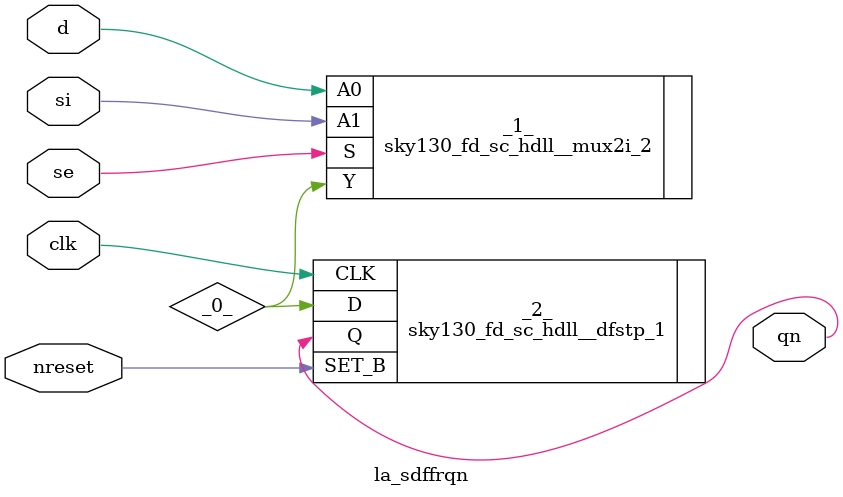
<source format=v>

/* Generated by Yosys 0.44 (git sha1 80ba43d26, g++ 11.4.0-1ubuntu1~22.04 -fPIC -O3) */

(* top =  1  *)
(* src = "inputs/la_sdffrqn.v:11.1-26.10" *)
module la_sdffrqn (
    d,
    si,
    se,
    clk,
    nreset,
    qn
);
  (* src = "inputs/la_sdffrqn.v:22.5-24.34" *)
  wire _0_;
  (* src = "inputs/la_sdffrqn.v:17.16-17.19" *)
  input clk;
  wire clk;
  (* src = "inputs/la_sdffrqn.v:14.16-14.17" *)
  input d;
  wire d;
  (* src = "inputs/la_sdffrqn.v:18.16-18.22" *)
  input nreset;
  wire nreset;
  (* src = "inputs/la_sdffrqn.v:19.16-19.18" *)
  output qn;
  wire qn;
  (* src = "inputs/la_sdffrqn.v:16.16-16.18" *)
  input se;
  wire se;
  (* src = "inputs/la_sdffrqn.v:15.16-15.18" *)
  input si;
  wire si;
  sky130_fd_sc_hdll__mux2i_2 _1_ (
      .A0(d),
      .A1(si),
      .S (se),
      .Y (_0_)
  );
  (* src = "inputs/la_sdffrqn.v:22.5-24.34" *)
  sky130_fd_sc_hdll__dfstp_1 _2_ (
      .CLK(clk),
      .D(_0_),
      .Q(qn),
      .SET_B(nreset)
  );
endmodule

</source>
